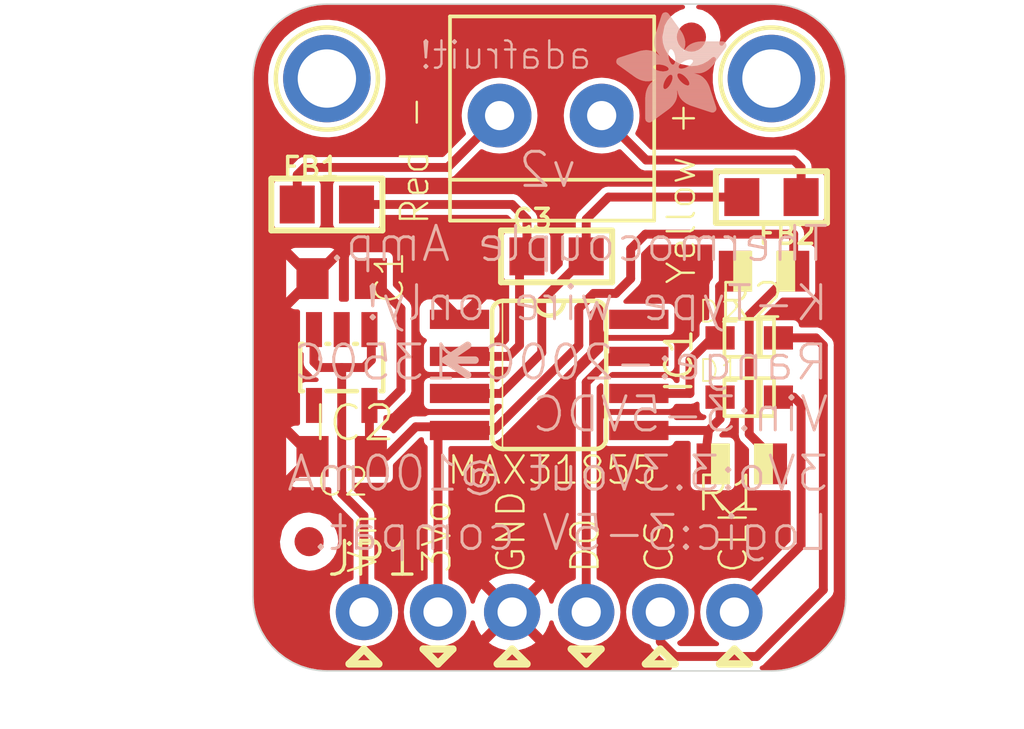
<source format=kicad_pcb>
(kicad_pcb (version 20221018) (generator pcbnew)
  (layers (0 "F.Cu" signal) (1 "In1.Cu" signal) (2 "In2.Cu" signal) (3 "In3.Cu" signal) (4 "In4.Cu" signal) (5 "In5.Cu" signal) (6 "In6.Cu" signal) (7 "In7.Cu" signal) (8 "In8.Cu" signal) (9 "In9.Cu" signal) (10 "In10.Cu" signal) (11 "In11.Cu" signal) (12 "In12.Cu" signal) (13 "In13.Cu" signal) (14 "In14.Cu" signal) (31 "B.Cu" signal) (34 "B.Paste" user) (35 "F.Paste" user) (36 "B.SilkS" user "B.Silkscreen") (37 "F.SilkS" user "F.Silkscreen") (38 "B.Mask" user) (39 "F.Mask" user) (44 "Edge.Cuts" user))
  (net 0 "")
  (net 1 "GND")
  (net 2 "DO")
  (net 3 "CS")
  (net 4 "+3V3")
  (net 5 "+5V")
  (net 6 "SCK")
  (net 7 "N$2")
  (net 8 "N$3")
  (net 9 "N$1")
  (net 10 "N$4")
  (net 11 "N$5")
  (net 12 "N$6")
  (footprint "working:SOD-323F" (layer "F.Cu") (at 155.3514 107.0483)
    (fp_text reference "D1" (at -1.8 -0.9) (layer "F.SilkS") (effects (font (size 0.752978 0.752978) (thickness 0.059822)) (justify left)))
    (fp_text value "1n4148")
    (pad "A" smd rect (at -1 0) (size 1 0.8) (layers "F.Cu" "F.Paste" "F.Mask") (net 6 "SCK"))
    (pad "C" smd rect (at 1 0) (size 1 0.8) (layers "F.Cu" "F.Paste" "F.Mask") (net 8 "N$3"))
  )
  (footprint "working:MOUNTINGHOLE_2.0_PLATED" (layer "F.Cu") (at 140.8734 96.1263)
    (fp_text reference "U$5" hide)
    (fp_text value "MOUNTINGHOLE2.0" hide)
    (pad "P$1" thru_hole circle (at 0 0) (size 3 3) (drill 2) (layers "*.Cu" "*.Mask"))
    (zone (net 0) (net_name "") (layer "F.Cu") (connect_pads (clearance 0)) (min_thickness 0.25)
      (keepout (tracks not_allowed) (vias not_allowed) (pads not_allowed) (copperpour not_allowed) (footprints allowed))
      (fill (thermal_gap 0.5) (thermal_bridge_width 0.5))
      (polygon (pts (xy 142.8894 96.1263) (xy 142.86978 95.845727) (xy 142.811304 95.570615) (xy 142.715108 95.306319) (xy 142.583065 95.057983) (xy 142.417746 94.83044) (xy 142.222367 94.62812) (xy 142.000733 94.45496) (xy 141.757156 94.314331) (xy 141.496378 94.20897) (xy 141.223475 94.140928) (xy 140.943757 94.111528) (xy 140.662671 94.121344) (xy 140.385685 94.170184) (xy 140.118193 94.257097) (xy 139.8654 94.380393) (xy 139.632226 94.53767) (xy 139.423211 94.725869) (xy 139.242422 94.941325) (xy 139.093378 95.179845) (xy 138.97898 95.436787) (xy 138.901454 95.70715) (xy 138.862311 95.985671) (xy 138.862311 96.266929) (xy 138.901454 96.54545) (xy 138.97898 96.815813) (xy 139.093378 97.072755) (xy 139.242422 97.311275) (xy 139.423211 97.526731) (xy 139.632226 97.71493) (xy 139.8654 97.872207) (xy 140.118193 97.995503) (xy 140.385685 98.082416) (xy 140.662671 98.131256) (xy 140.943757 98.141072) (xy 141.223475 98.111672) (xy 141.496378 98.04363) (xy 141.757156 97.938269) (xy 142.000733 97.79764) (xy 142.222367 97.62448) (xy 142.417746 97.42216) (xy 142.583065 97.194617) (xy 142.715108 96.946281) (xy 142.811304 96.681985) (xy 142.86978 96.406873)))
      (polygon (pts (xy 140.8574 96.1263) (xy 140.862086 96.137614) (xy 140.8734 96.1423) (xy 140.884714 96.137614) (xy 140.8894 96.1263) (xy 140.884714 96.114986) (xy 140.8734 96.1103) (xy 140.862086 96.114986)))
    )
  )
  (footprint "working:_0805" (layer "F.Cu") (at 148.7474 102.2223)
    (fp_text reference "C3" (at -1.5875 -1.27) (layer "F.SilkS") (effects (font (size 0.692831 0.692831) (thickness 0.119969)) (justify left)))
    (fp_text value "0.01µF")
    (pad "1" smd rect (at -1.016 0) (size 1.2 1.3) (layers "F.Cu" "F.Paste" "F.Mask") (net 10 "N$4"))
    (pad "2" smd rect (at 1.016 0) (size 1.2 1.3) (layers "F.Cu" "F.Paste" "F.Mask") (net 12 "N$6"))
  )
  (footprint "working:R0805" (layer "F.Cu") (at 155.8594 102.7303 180)
    (fp_text reference "R2" (at -0.762 -1.016) (layer "F.SilkS") (effects (font (size 1.176528 1.176528) (thickness 0.093472)) (justify right)))
    (fp_text value "10K")
    (pad "1" smd rect (at -1 0 180) (size 1.1 1.4) (layers "F.Cu" "F.Paste" "F.Mask") (net 4 "+3V3"))
    (pad "2" smd rect (at 1 0 180) (size 1.1 1.4) (layers "F.Cu" "F.Paste" "F.Mask") (net 3 "CS"))
  )
  (footprint "working:FIDUCIAL_1MM" (layer "F.Cu") (at 153.3702 94.7039)
    (fp_text reference "U$1" hide)
    (fp_text value "FIDUCIAL" hide)
    (pad "1" smd roundrect (at 0 0) (size 1 1) (layers "F.Cu") (roundrect_rratio 0.5))
    (zone (net 0) (net_name "") (layer "F.Cu") (connect_pads (clearance 0)) (min_thickness 0.25)
      (keepout (tracks not_allowed) (vias not_allowed) (pads not_allowed) (copperpour not_allowed) (footprints allowed))
      (fill (thermal_gap 0.5) (thermal_bridge_width 0.5))
      (polygon (pts (xy 152.3702 94.7039) (xy 152.3702 94.7039) (xy 152.389415 94.89899) (xy 152.44632 95.086583) (xy 152.53873 95.25947) (xy 152.663093 95.411007) (xy 152.81463 95.53537) (xy 152.987517 95.62778) (xy 153.3702 95.7039) (xy 153.3702 95.7039) (xy 153.56529 95.684685) (xy 153.752883 95.62778) (xy 153.92577 95.53537) (xy 154.077307 95.411007) (xy 154.20167 95.25947) (xy 154.29408 95.086583) (xy 154.3702 94.7039) (xy 154.3702 94.7039) (xy 154.350985 94.50881) (xy 154.29408 94.321217) (xy 154.20167 94.14833) (xy 154.077307 93.996793) (xy 153.92577 93.87243) (xy 153.752883 93.78002) (xy 153.3702 93.7039) (xy 153.3702 93.7039) (xy 153.17511 93.723115) (xy 152.987517 93.78002) (xy 152.81463 93.87243) (xy 152.663093 93.996793) (xy 152.53873 94.14833) (xy 152.44632 94.321217)))
    )
  )
  (footprint "working:R0805" (layer "F.Cu") (at 155.0974 109.3343 180)
    (fp_text reference "R1" (at -0.762 -1.016) (layer "F.SilkS") (effects (font (size 1.176528 1.176528) (thickness 0.093472)) (justify right)))
    (fp_text value "10K")
    (pad "1" smd rect (at -1 0 180) (size 1.1 1.4) (layers "F.Cu" "F.Paste" "F.Mask") (net 4 "+3V3"))
    (pad "2" smd rect (at 1 0 180) (size 1.1 1.4) (layers "F.Cu" "F.Paste" "F.Mask") (net 6 "SCK"))
  )
  (footprint "working:1X06_ROUND_76" (layer "F.Cu") (at 148.4934 114.4143)
    (fp_text reference "JP1" (at -7.6962 -1.8288) (layer "F.SilkS") (effects (font (size 1.1557 1.1557) (thickness 0.1143)) (justify left)))
    (fp_text value "Breakout")
    (pad "1" thru_hole circle (at -6.35 0 90) (size 1.9304 1.9304) (drill 1) (layers "*.Cu" "*.Mask") (net 5 "+5V"))
    (pad "2" thru_hole circle (at -3.81 0 90) (size 1.9304 1.9304) (drill 1) (layers "*.Cu" "*.Mask") (net 4 "+3V3"))
    (pad "3" thru_hole circle (at -1.27 0 90) (size 1.9304 1.9304) (drill 1) (layers "*.Cu" "*.Mask") (net 1 "GND"))
    (pad "4" thru_hole circle (at 1.27 0 90) (size 1.9304 1.9304) (drill 1) (layers "*.Cu" "*.Mask") (net 2 "DO"))
    (pad "5" thru_hole circle (at 3.81 0 90) (size 1.9304 1.9304) (drill 1) (layers "*.Cu" "*.Mask") (net 7 "N$2"))
    (pad "6" thru_hole circle (at 6.35 0 90) (size 1.9304 1.9304) (drill 1) (layers "*.Cu" "*.Mask") (net 8 "N$3"))
  )
  (footprint "working:MOUNTINGHOLE_2.0_PLATED" (layer "F.Cu") (at 156.1134 96.1263)
    (fp_text reference "U$4" hide)
    (fp_text value "MOUNTINGHOLE2.0" hide)
    (pad "P$1" thru_hole circle (at 0 0) (size 3 3) (drill 2) (layers "*.Cu" "*.Mask"))
    (zone (net 0) (net_name "") (layer "F.Cu") (connect_pads (clearance 0)) (min_thickness 0.25)
      (keepout (tracks not_allowed) (vias not_allowed) (pads not_allowed) (copperpour not_allowed) (footprints allowed))
      (fill (thermal_gap 0.5) (thermal_bridge_width 0.5))
      (polygon (pts (xy 158.1294 96.1263) (xy 158.10978 95.845727) (xy 158.051304 95.570615) (xy 157.955108 95.306319) (xy 157.823065 95.057983) (xy 157.657746 94.83044) (xy 157.462367 94.62812) (xy 157.240733 94.45496) (xy 156.997156 94.314331) (xy 156.736378 94.20897) (xy 156.463475 94.140928) (xy 156.183757 94.111528) (xy 155.902671 94.121344) (xy 155.625685 94.170184) (xy 155.358193 94.257097) (xy 155.1054 94.380393) (xy 154.872226 94.53767) (xy 154.663211 94.725869) (xy 154.482422 94.941325) (xy 154.333378 95.179845) (xy 154.21898 95.436787) (xy 154.141454 95.70715) (xy 154.102311 95.985671) (xy 154.102311 96.266929) (xy 154.141454 96.54545) (xy 154.21898 96.815813) (xy 154.333378 97.072755) (xy 154.482422 97.311275) (xy 154.663211 97.526731) (xy 154.872226 97.71493) (xy 155.1054 97.872207) (xy 155.358193 97.995503) (xy 155.625685 98.082416) (xy 155.902671 98.131256) (xy 156.183757 98.141072) (xy 156.463475 98.111672) (xy 156.736378 98.04363) (xy 156.997156 97.938269) (xy 157.240733 97.79764) (xy 157.462367 97.62448) (xy 157.657746 97.42216) (xy 157.823065 97.194617) (xy 157.955108 96.946281) (xy 158.051304 96.681985) (xy 158.10978 96.406873)))
      (polygon (pts (xy 156.0974 96.1263) (xy 156.102086 96.137614) (xy 156.1134 96.1423) (xy 156.124714 96.137614) (xy 156.1294 96.1263) (xy 156.124714 96.114986) (xy 156.1134 96.1103) (xy 156.102086 96.114986)))
    )
  )
  (footprint "working:FIDUCIAL_1MM" (layer "F.Cu") (at 140.2638 112.0013)
    (fp_text reference "U$2" hide)
    (fp_text value "FIDUCIAL" hide)
    (pad "1" smd roundrect (at 0 0) (size 1 1) (layers "F.Cu") (roundrect_rratio 0.5))
    (zone (net 0) (net_name "") (layer "F.Cu") (connect_pads (clearance 0)) (min_thickness 0.25)
      (keepout (tracks not_allowed) (vias not_allowed) (pads not_allowed) (copperpour not_allowed) (footprints allowed))
      (fill (thermal_gap 0.5) (thermal_bridge_width 0.5))
      (polygon (pts (xy 139.2638 112.0013) (xy 139.2638 112.0013) (xy 139.283015 112.19639) (xy 139.33992 112.383983) (xy 139.43233 112.55687) (xy 139.556693 112.708407) (xy 139.70823 112.83277) (xy 139.881117 112.92518) (xy 140.2638 113.0013) (xy 140.2638 113.0013) (xy 140.45889 112.982085) (xy 140.646483 112.92518) (xy 140.81937 112.83277) (xy 140.970907 112.708407) (xy 141.09527 112.55687) (xy 141.18768 112.383983) (xy 141.2638 112.0013) (xy 141.2638 112.0013) (xy 141.244585 111.80621) (xy 141.18768 111.618617) (xy 141.09527 111.44573) (xy 140.970907 111.294193) (xy 140.81937 111.16983) (xy 140.646483 111.07742) (xy 140.2638 111.0013) (xy 140.2638 111.0013) (xy 140.06871 111.020515) (xy 139.881117 111.07742) (xy 139.70823 111.16983) (xy 139.556693 111.294193) (xy 139.43233 111.44573) (xy 139.33992 111.618617)))
    )
  )
  (footprint "working:1X2-3.5MM" (layer "F.Cu") (at 148.4934 97.3963)
    (fp_text reference "J1" hide)
    (fp_text value "1X2-3.5MM" hide)
    (pad "1" thru_hole circle (at 1.8 0) (size 2.1844 2.1844) (drill 1) (layers "*.Cu" "*.Mask") (net 11 "N$5"))
    (pad "2" thru_hole circle (at -1.7 0) (size 2.1844 2.1844) (drill 1) (layers "*.Cu" "*.Mask") (net 9 "N$1"))
  )
  (footprint "working:SOD-323F" (layer "F.Cu") (at 155.3514 105.0163)
    (fp_text reference "D2" (at -1.8 -0.9) (layer "F.SilkS") (effects (font (size 0.752978 0.752978) (thickness 0.059822)) (justify left)))
    (fp_text value "1N4148")
    (pad "A" smd rect (at -1 0) (size 1 0.8) (layers "F.Cu" "F.Paste" "F.Mask") (net 3 "CS"))
    (pad "C" smd rect (at 1 0) (size 1 0.8) (layers "F.Cu" "F.Paste" "F.Mask") (net 7 "N$2"))
  )
  (footprint "working:_0805" (layer "F.Cu") (at 156.1134 100.1903 180)
    (fp_text reference "FB2" (at -1.5875 -1.27) (layer "F.SilkS") (effects (font (size 0.692831 0.692831) (thickness 0.119969)) (justify right)))
    (fp_text value "Ferrite")
    (pad "1" smd rect (at -1.016 0 180) (size 1.2 1.3) (layers "F.Cu" "F.Paste" "F.Mask") (net 11 "N$5"))
    (pad "2" smd rect (at 1.016 0 180) (size 1.2 1.3) (layers "F.Cu" "F.Paste" "F.Mask") (net 12 "N$6"))
  )
  (footprint "working:C0805K" (layer "F.Cu") (at 141.3814 109.0803 180)
    (fp_text reference "C2" (at -1 -0.875) (layer "F.SilkS") (effects (font (size 0.941222 0.941222) (thickness 0.074778)) (justify right)))
    (fp_text value "10uF")
    (pad "1" smd rect (at -1 0 180) (size 1.1 1.4) (layers "F.Cu" "F.Paste" "F.Mask") (net 4 "+3V3"))
    (pad "2" smd rect (at 1 0 180) (size 1.1 1.4) (layers "F.Cu" "F.Paste" "F.Mask") (net 1 "GND"))
  )
  (footprint "working:_0805" (layer "F.Cu") (at 140.8734 100.4443)
    (fp_text reference "FB1" (at -1.5875 -1.27) (layer "F.SilkS") (effects (font (size 0.692831 0.692831) (thickness 0.119969)) (justify left)))
    (fp_text value "Ferrite")
    (pad "1" smd rect (at -1.016 0) (size 1.2 1.3) (layers "F.Cu" "F.Paste" "F.Mask") (net 9 "N$1"))
    (pad "2" smd rect (at 1.016 0) (size 1.2 1.3) (layers "F.Cu" "F.Paste" "F.Mask") (net 10 "N$4"))
  )
  (footprint "working:C0805K" (layer "F.Cu") (at 141.3814 102.9843 180)
    (fp_text reference "C1" (at -1.637 1 90) (layer "F.SilkS") (effects (font (size 0.941222 0.941222) (thickness 0.074778)) (justify right)))
    (fp_text value "10uF")
    (pad "1" smd rect (at -1 0 180) (size 1.1 1.4) (layers "F.Cu" "F.Paste" "F.Mask") (net 4 "+3V3"))
    (pad "2" smd rect (at 1 0 180) (size 1.1 1.4) (layers "F.Cu" "F.Paste" "F.Mask") (net 1 "GND"))
  )
  (footprint "working:SO08" (layer "F.Cu") (at 148.4934 106.2863 -90)
    (fp_text reference "IC1" (at -1.651 -4.445 90) (layer "F.SilkS") (effects (font (size 0.9017 0.9017) (thickness 0.1143)) (justify right)))
    (fp_text value "MAX31855")
    (pad "1" smd rect (at -1.905 3.0734 270) (size 0.6604 2.032) (layers "F.Cu" "F.Paste" "F.Mask") (net 1 "GND"))
    (pad "2" smd rect (at -0.635 3.0734 270) (size 0.6604 2.032) (layers "F.Cu" "F.Paste" "F.Mask") (net 10 "N$4"))
    (pad "3" smd rect (at 0.635 3.0734 270) (size 0.6604 2.032) (layers "F.Cu" "F.Paste" "F.Mask") (net 12 "N$6"))
    (pad "4" smd rect (at 1.905 3.0734 270) (size 0.6604 2.032) (layers "F.Cu" "F.Paste" "F.Mask") (net 4 "+3V3"))
    (pad "5" smd rect (at 1.905 -3.0734 270) (size 0.6604 2.032) (layers "F.Cu" "F.Paste" "F.Mask") (net 6 "SCK"))
    (pad "6" smd rect (at 0.635 -3.0734 270) (size 0.6604 2.032) (layers "F.Cu" "F.Paste" "F.Mask") (net 3 "CS"))
    (pad "7" smd rect (at -0.635 -3.0734 270) (size 0.6604 2.032) (layers "F.Cu" "F.Paste" "F.Mask") (net 2 "DO"))
    (pad "8" smd rect (at -1.905 -3.0734 270) (size 0.6604 2.032) (layers "F.Cu" "F.Paste" "F.Mask"))
  )
  (footprint "working:SOT23-5L" (layer "F.Cu") (at 141.3814 106.0323 180)
    (fp_text reference "IC2" (at -1.905 -1.905) (layer "F.SilkS") (effects (font (size 1.176528 1.176528) (thickness 0.093472)) (justify right)))
    (fp_text value "LP298XS")
    (pad "1" smd rect (at -0.95 1.3 180) (size 0.55 1.2) (layers "F.Cu" "F.Paste" "F.Mask") (net 5 "+5V"))
    (pad "2" smd rect (at 0 1.3 180) (size 0.55 1.2) (layers "F.Cu" "F.Paste" "F.Mask") (net 1 "GND"))
    (pad "3" smd rect (at 0.95 1.3 180) (size 0.55 1.2) (layers "F.Cu" "F.Paste" "F.Mask") (net 5 "+5V"))
    (pad "4" smd rect (at 0.95 -1.3 180) (size 0.55 1.2) (layers "F.Cu" "F.Paste" "F.Mask"))
    (pad "5" smd rect (at -0.95 -1.3 180) (size 0.55 1.2) (layers "F.Cu" "F.Paste" "F.Mask") (net 4 "+3V3"))
  )
  (footprint "working:ADAFRUIT_3.5MM" (layer "B.Cu") (at 154.5894 97.6503 180)
    (fp_text reference "U$6" hide)
    (fp_text value "" hide)
  )
  (gr_line (start 144.9374 105.7783) (end 145.6994 106.2863) (stroke (width 0.254)) (layer "B.SilkS"))
  (gr_line (start 144.9374 105.7783) (end 145.6994 105.2703) (stroke (width 0.254)) (layer "B.SilkS"))
  (gr_line (start 145.9534 105.7783) (end 144.9374 105.7783) (stroke (width 0.254)) (layer "B.SilkS"))
  (gr_line (start 141.6354 116.1923) (end 142.6514 116.1923) (stroke (width 0.254)) (layer "F.SilkS"))
  (gr_line (start 154.8434 115.6843) (end 154.3354 116.1923) (stroke (width 0.254)) (layer "F.SilkS"))
  (gr_line (start 147.7314 116.1923) (end 147.2234 115.6843) (stroke (width 0.254)) (layer "F.SilkS"))
  (gr_line (start 151.7954 116.1923) (end 152.8114 116.1923) (stroke (width 0.254)) (layer "F.SilkS"))
  (gr_line (start 152.8114 116.1923) (end 152.3034 115.6843) (stroke (width 0.254)) (layer "F.SilkS"))
  (gr_line (start 147.2234 115.6843) (end 146.7154 116.1923) (stroke (width 0.254)) (layer "F.SilkS"))
  (gr_line (start 149.2554 115.6843) (end 149.7634 116.1923) (stroke (width 0.254)) (layer "F.SilkS"))
  (gr_line (start 149.7634 116.1923) (end 150.2714 115.6843) (stroke (width 0.254)) (layer "F.SilkS"))
  (gr_line (start 144.6834 116.1923) (end 145.1914 115.6843) (stroke (width 0.254)) (layer "F.SilkS"))
  (gr_line (start 144.1754 115.6843) (end 144.6834 116.1923) (stroke (width 0.254)) (layer "F.SilkS"))
  (gr_line (start 155.3514 116.1923) (end 154.8434 115.6843) (stroke (width 0.254)) (layer "F.SilkS"))
  (gr_line (start 142.1434 115.6843) (end 141.6354 116.1923) (stroke (width 0.254)) (layer "F.SilkS"))
  (gr_line (start 146.7154 116.1923) (end 147.7314 116.1923) (stroke (width 0.254)) (layer "F.SilkS"))
  (gr_line (start 154.3354 116.1923) (end 155.3514 116.1923) (stroke (width 0.254)) (layer "F.SilkS"))
  (gr_line (start 145.1914 115.6843) (end 144.1754 115.6843) (stroke (width 0.254)) (layer "F.SilkS"))
  (gr_line (start 142.6514 116.1923) (end 142.1434 115.6843) (stroke (width 0.254)) (layer "F.SilkS"))
  (gr_line (start 152.3034 115.6843) (end 151.7954 116.1923) (stroke (width 0.254)) (layer "F.SilkS"))
  (gr_line (start 150.2714 115.6843) (end 149.2554 115.6843) (stroke (width 0.254)) (layer "F.SilkS"))
  (gr_arc (start 138.3384 96.1135) (mid 139.082349 94.317449) (end 140.8784 93.5735) (stroke (width 0.05)) (layer "Edge.Cuts"))
  (gr_line (start 140.8784 116.4337) (end 156.1238 116.4337) (stroke (width 0.05)) (layer "Edge.Cuts"))
  (gr_arc (start 156.1238 93.5735) (mid 157.919851 94.317449) (end 158.6638 96.1135) (stroke (width 0.05)) (layer "Edge.Cuts"))
  (gr_line (start 158.6638 113.8937) (end 158.6638 96.1135) (stroke (width 0.05)) (layer "Edge.Cuts"))
  (gr_line (start 156.1238 93.5735) (end 140.8784 93.5735) (stroke (width 0.05)) (layer "Edge.Cuts"))
  (gr_line (start 138.3384 96.1135) (end 138.3384 113.8937) (stroke (width 0.05)) (layer "Edge.Cuts"))
  (gr_arc (start 140.8784 116.4337) (mid 139.082349 115.689751) (end 138.3384 113.8937) (stroke (width 0.05)) (layer "Edge.Cuts"))
  (gr_arc (start 158.6638 113.8937) (mid 157.919851 115.689751) (end 156.1238 116.4337) (stroke (width 0.05)) (layer "Edge.Cuts"))
  (gr_text "adafruit!" (at 150.0174 95.8723) (layer "B.SilkS") (effects (font (size 0.93472 0.93472) (thickness 0.08128)) (justify left bottom mirror)))
  (gr_text "Logic:3-5V compat." (at 158.1454 112.3823) (layer "B.SilkS") (effects (font (size 1.1684 1.1684) (thickness 0.1016)) (justify left bottom mirror)))
  (gr_text "Vin:3-5VDC" (at 158.1454 108.3183) (layer "B.SilkS") (effects (font (size 1.1684 1.1684) (thickness 0.1016)) (justify left bottom mirror)))
  (gr_text "3Vo:3.3Vout @100mA" (at 158.1454 110.3503) (layer "B.SilkS") (effects (font (size 1.1684 1.1684) (thickness 0.1016)) (justify left bottom mirror)))
  (gr_text "v2" (at 149.5094 99.9363) (layer "B.SilkS") (effects (font (size 1.1684 1.1684) (thickness 0.1016)) (justify left bottom mirror)))
  (gr_text "K-Type wire only!" (at 158.1454 104.5083) (layer "B.SilkS") (effects (font (size 1.1684 1.1684) (thickness 0.1016)) (justify left bottom mirror)))
  (gr_text "Thermocouple Amp." (at 158.1454 102.4763) (layer "B.SilkS") (effects (font (size 1.1684 1.1684) (thickness 0.1016)) (justify left bottom mirror)))
  (gr_text "Range:-200C 1350C" (at 158.1454 106.5403) (layer "B.SilkS") (effects (font (size 1.1684 1.1684) (thickness 0.1016)) (justify left bottom mirror)))
  (gr_text "3Vo" (at 145.1914 113.1443 90) (layer "F.SilkS") (effects (font (size 0.93472 0.93472) (thickness 0.08128)) (justify left bottom)))
  (gr_text "GND" (at 147.7314 113.1443 90) (layer "F.SilkS") (effects (font (size 0.93472 0.93472) (thickness 0.08128)) (justify left bottom)))
  (gr_text "CLK" (at 155.3514 113.1443 90) (layer "F.SilkS") (effects (font (size 0.93472 0.93472) (thickness 0.08128)) (justify left bottom)))
  (gr_text "Yellow +" (at 153.5734 103.2383 90) (layer "F.SilkS") (effects (font (size 0.93472 0.93472) (thickness 0.08128)) (justify left bottom)))
  (gr_text "CS" (at 152.8114 113.1443 90) (layer "F.SilkS") (effects (font (size 0.93472 0.93472) (thickness 0.08128)) (justify left bottom)))
  (gr_text "DO" (at 150.2714 113.1443 90) (layer "F.SilkS") (effects (font (size 0.93472 0.93472) (thickness 0.08128)) (justify left bottom)))
  (gr_text "Vin" (at 142.6514 113.1443 90) (layer "F.SilkS") (effects (font (size 0.93472 0.93472) (thickness 0.08128)) (justify left bottom)))
  (gr_text "Red -" (at 144.4294 101.2063 90) (layer "F.SilkS") (effects (font (size 0.93472 0.93472) (thickness 0.08128)) (justify left bottom)))
  (gr_text "MAX31855" (at 144.9374 110.0963) (layer "F.SilkS") (effects (font (size 0.93472 0.93472) (thickness 0.08128)) (justify left bottom)))
  (segment (start 150.7794 105.5243) (end 151.7954 105.5243) (width 0.3048) (layer "F.Cu") (net 2))
  (segment (start 151.6684 105.6513) (end 151.5668 105.6513) (width 0.3048) (layer "F.Cu") (net 2))
  (segment (start 149.7634 114.4143) (end 149.7634 106.5403) (width 0.3048) (layer "F.Cu") (net 2))
  (segment (start 149.7634 106.5403) (end 150.7794 105.5243) (width 0.3048) (layer "F.Cu") (net 2))
  (segment (start 151.7954 105.5243) (end 151.6684 105.6513) (width 0.3048) (layer "F.Cu") (net 2))
  (segment (start 153.3194 106.9213) (end 153.3194 105.7783) (width 0.3048) (layer "F.Cu") (net 3))
  (segment (start 153.3194 105.7783) (end 154.0814 105.0163) (width 0.3048) (layer "F.Cu") (net 3))
  (segment (start 154.3354 103.2543) (end 154.8594 102.7303) (width 0.3048) (layer "F.Cu") (net 3))
  (segment (start 154.3354 105.0003) (end 154.3354 103.2543) (width 0.3048) (layer "F.Cu") (net 3))
  (segment (start 154.0814 105.0163) (end 154.3514 105.0163) (width 0.3048) (layer "F.Cu") (net 3))
  (segment (start 151.5668 106.9213) (end 153.3194 106.9213) (width 0.3048) (layer "F.Cu") (net 3))
  (segment (start 154.3514 105.0163) (end 154.3354 105.0003) (width 0.3048) (layer "F.Cu") (net 3))
  (segment (start 143.4134 104.0163) (end 142.3814 102.9843) (width 0.3048) (layer "F.Cu") (net 4))
  (segment (start 151.2874 101.9683) (end 151.7954 101.4603) (width 0.3048) (layer "F.Cu") (net 4))
  (segment (start 142.3314 108.7603) (end 142.3314 107.3323) (width 0.3048) (layer "F.Cu") (net 4))
  (segment (start 143.4134 106.7943) (end 143.4134 104.0163) (width 0.3048) (layer "F.Cu") (net 4))
  (segment (start 142.3974 108.8263) (end 142.3314 108.7603) (width 0.3048) (layer "F.Cu") (net 4))
  (segment (start 144.6834 108.0643) (end 143.9214 108.0643) (width 0.3048) (layer "F.Cu") (net 4))
  (segment (start 142.3814 109.0803) (end 142.3814 108.8423) (width 0.3048) (layer "F.Cu") (net 4))
  (segment (start 150.0174 103.4923) (end 150.7794 103.4923) (width 0.3048) (layer "F.Cu") (net 4))
  (segment (start 142.9054 107.3023) (end 143.4134 106.7943) (width 0.3048) (layer "F.Cu") (net 4))
  (segment (start 156.1134 109.0803) (end 156.0974 109.3343) (width 0.3048) (layer "F.Cu") (net 4))
  (segment (start 143.9214 108.0643) (end 142.9054 109.0803) (width 0.3048) (layer "F.Cu") (net 4))
  (segment (start 156.8594 102.7303) (end 155.3514 104.2383) (width 0.3048) (layer "F.Cu") (net 4))
  (segment (start 149.5094 105.2703) (end 149.5094 104.0003) (width 0.3048) (layer "F.Cu") (net 4))
  (segment (start 150.7794 103.4923) (end 151.2874 102.9843) (width 0.3048) (layer "F.Cu") (net 4))
  (segment (start 144.6834 114.4143) (end 144.6834 108.0643) (width 0.3048) (layer "F.Cu") (net 4))
  (segment (start 146.5884 108.1913) (end 149.5094 105.2703) (width 0.3048) (layer "F.Cu") (net 4))
  (segment (start 151.7954 101.4603) (end 156.8754 101.4603) (width 0.3048) (layer "F.Cu") (net 4))
  (segment (start 145.42 108.0643) (end 145.42 108.1913) (width 0.3048) (layer "F.Cu") (net 4))
  (segment (start 142.9054 109.0803) (end 142.3814 109.0803) (width 0.3048) (layer "F.Cu") (net 4))
  (segment (start 156.8754 101.4603) (end 156.8754 102.7143) (width 0.3048) (layer "F.Cu") (net 4))
  (segment (start 142.3814 108.8423) (end 142.3974 108.8263) (width 0.3048) (layer "F.Cu") (net 4))
  (segment (start 155.3514 104.2383) (end 155.3514 108.3183) (width 0.3048) (layer "F.Cu") (net 4))
  (segment (start 142.3314 107.3323) (end 142.3614 107.3023) (width 0.3048) (layer "F.Cu") (net 4))
  (segment (start 156.8754 102.7143) (end 156.8594 102.7303) (width 0.3048) (layer "F.Cu") (net 4))
  (segment (start 145.42 108.1913) (end 146.5884 108.1913) (width 0.3048) (layer "F.Cu") (net 4))
  (segment (start 149.5094 104.0003) (end 150.0174 103.4923) (width 0.3048) (layer "F.Cu") (net 4))
  (segment (start 142.3814 109.0803) (end 142.1434 109.0803) (width 0.3048) (layer "F.Cu") (net 4))
  (segment (start 145.42 108.0643) (end 145.4454 108.0643) (width 0.3048) (layer "F.Cu") (net 4))
  (segment (start 155.3514 108.3183) (end 156.1134 109.0803) (width 0.3048) (layer "F.Cu") (net 4))
  (segment (start 151.2874 102.9843) (end 151.2874 101.9683) (width 0.3048) (layer "F.Cu") (net 4))
  (segment (start 144.6834 108.0643) (end 145.42 108.0643) (width 0.3048) (layer "F.Cu") (net 4))
  (segment (start 142.3614 107.3023) (end 142.9054 107.3023) (width 0.3048) (layer "F.Cu") (net 4))
  (segment (start 142.3614 104.7623) (end 142.3314 104.7323) (width 0.3048) (layer "F.Cu") (net 5))
  (segment (start 140.4314 105.8443) (end 140.4314 104.7323) (width 0.3048) (layer "F.Cu") (net 5))
  (segment (start 140.6194 106.0323) (end 140.4314 105.8443) (width 0.3048) (layer "F.Cu") (net 5))
  (segment (start 141.3814 106.0323) (end 142.1434 106.0323) (width 0.3048) (layer "F.Cu") (net 5))
  (segment (start 142.3974 105.7783) (end 142.3974 105.0163) (width 0.3048) (layer "F.Cu") (net 5))
  (segment (start 142.1434 106.0323) (end 142.3974 105.7783) (width 0.3048) (layer "F.Cu") (net 5))
  (segment (start 142.3974 105.0163) (end 142.3614 104.7623) (width 0.3048) (layer "F.Cu") (net 5))
  (segment (start 142.1434 111.1123) (end 141.3814 110.3503) (width 0.3048) (layer "F.Cu") (net 5))
  (segment (start 141.3814 106.0323) (end 140.6194 106.0323) (width 0.3048) (layer "F.Cu") (net 5))
  (segment (start 142.1434 114.4143) (end 142.1434 111.1123) (width 0.3048) (layer "F.Cu") (net 5))
  (segment (start 141.3814 110.3503) (end 141.3814 106.0323) (width 0.3048) (layer "F.Cu") (net 5))
  (segment (start 153.8274 109.3343) (end 153.9544 108.1913) (width 0.3048) (layer "F.Cu") (net 6))
  (segment (start 154.3514 107.7943) (end 154.3514 107.0483) (width 0.3048) (layer "F.Cu") (net 6))
  (segment (start 153.9544 108.1913) (end 154.3514 107.7943) (width 0.3048) (layer "F.Cu") (net 6))
  (segment (start 154.0974 109.3343) (end 153.8274 109.3343) (width 0.3048) (layer "F.Cu") (net 6))
  (segment (start 153.9544 108.1913) (end 151.5668 108.1913) (width 0.3048) (layer "F.Cu") (net 6))
  (segment (start 155.6054 115.9383) (end 157.8914 113.6523) (width 0.3048) (layer "F.Cu") (net 7))
  (segment (start 152.3034 115.4303) (end 152.8114 115.9383) (width 0.3048) (layer "F.Cu") (net 7))
  (segment (start 157.8914 105.2703) (end 157.6374 105.0163) (width 0.3048) (layer "F.Cu") (net 7))
  (segment (start 157.6374 105.0163) (end 156.3514 105.0163) (width 0.3048) (layer "F.Cu") (net 7))
  (segment (start 152.3034 114.4143) (end 152.3034 115.4303) (width 0.3048) (layer "F.Cu") (net 7))
  (segment (start 157.8914 113.6523) (end 157.8914 105.2703) (width 0.3048) (layer "F.Cu") (net 7))
  (segment (start 152.8114 115.9383) (end 155.6054 115.9383) (width 0.3048) (layer "F.Cu") (net 7))
  (segment (start 156.8754 107.0483) (end 156.3514 107.0483) (width 0.3048) (layer "F.Cu") (net 8))
  (segment (start 154.8434 114.4143) (end 157.1294 112.1283) (width 0.3048) (layer "F.Cu") (net 8))
  (segment (start 157.1294 107.3023) (end 156.8754 107.0483) (width 0.3048) (layer "F.Cu") (net 8))
  (segment (start 157.1294 112.1283) (end 157.1294 107.3023) (width 0.3048) (layer "F.Cu") (net 8))
  (segment (start 139.8574 100.4443) (end 139.8574 99.4283) (width 0.3048) (layer "F.Cu") (net 9))
  (segment (start 145.0154 99.1743) (end 146.7934 97.3963) (width 0.3048) (layer "F.Cu") (net 9))
  (segment (start 140.1114 99.1743) (end 145.0154 99.1743) (width 0.3048) (layer "F.Cu") (net 9))
  (segment (start 139.8574 99.4283) (end 140.1114 99.1743) (width 0.3048) (layer "F.Cu") (net 9))
  (segment (start 141.8894 100.4443) (end 147.2234 100.4443) (width 0.3048) (layer "F.Cu") (net 10))
  (segment (start 147.0964 105.6513) (end 147.4774 105.2703) (width 0.3048) (layer "F.Cu") (net 10))
  (segment (start 147.4774 102.4763) (end 147.7314 102.2223) (width 0.3048) (layer "F.Cu") (net 10))
  (segment (start 147.2234 100.4443) (end 147.7314 100.9523) (width 0.3048) (layer "F.Cu") (net 10))
  (segment (start 147.4774 105.2703) (end 147.4774 102.4763) (width 0.3048) (layer "F.Cu") (net 10))
  (segment (start 147.7314 100.9523) (end 147.7314 102.2223) (width 0.3048) (layer "F.Cu") (net 10))
  (segment (start 145.42 105.6513) (end 147.0964 105.6513) (width 0.3048) (layer "F.Cu") (net 10))
  (segment (start 157.1294 99.1743) (end 156.8754 98.9203) (width 0.3048) (layer "F.Cu") (net 11))
  (segment (start 151.8174 98.9203) (end 150.2934 97.3963) (width 0.3048) (layer "F.Cu") (net 11))
  (segment (start 156.8754 98.9203) (end 151.8174 98.9203) (width 0.3048) (layer "F.Cu") (net 11))
  (segment (start 157.1294 100.1903) (end 157.1294 99.1743) (width 0.3048) (layer "F.Cu") (net 11))
  (segment (start 155.0974 100.1903) (end 150.5254 100.1903) (width 0.3048) (layer "F.Cu") (net 12))
  (segment (start 145.42 106.9213) (end 146.8424 106.9213) (width 0.3048) (layer "F.Cu") (net 12))
  (segment (start 146.8424 106.9213) (end 148.2394 105.5243) (width 0.3048) (layer "F.Cu") (net 12))
  (segment (start 150.5254 100.1903) (end 149.7634 100.9523) (width 0.3048) (layer "F.Cu") (net 12))
  (segment (start 148.2394 105.5243) (end 148.2394 103.7463) (width 0.3048) (layer "F.Cu") (net 12))
  (segment (start 149.7634 100.9523) (end 149.7634 102.2223) (width 0.3048) (layer "F.Cu") (net 12))
  (segment (start 148.2394 103.7463) (end 149.7634 102.2223) (width 0.3048) (layer "F.Cu") (net 12))
  (zone (net 1) (net_name "GND") (layer "F.Cu") (priority 6) (connect_pads (clearance 0.000001)) (min_thickness 0.1524) (fill yes (thermal_gap 0.3548) (thermal_bridge_width 0.3548))
    (polygon (pts (xy 159.3138 116.8527) (xy 137.927 116.8527) (xy 137.927 93.4339) (xy 159.3138 93.4339)))
  )
)
</source>
